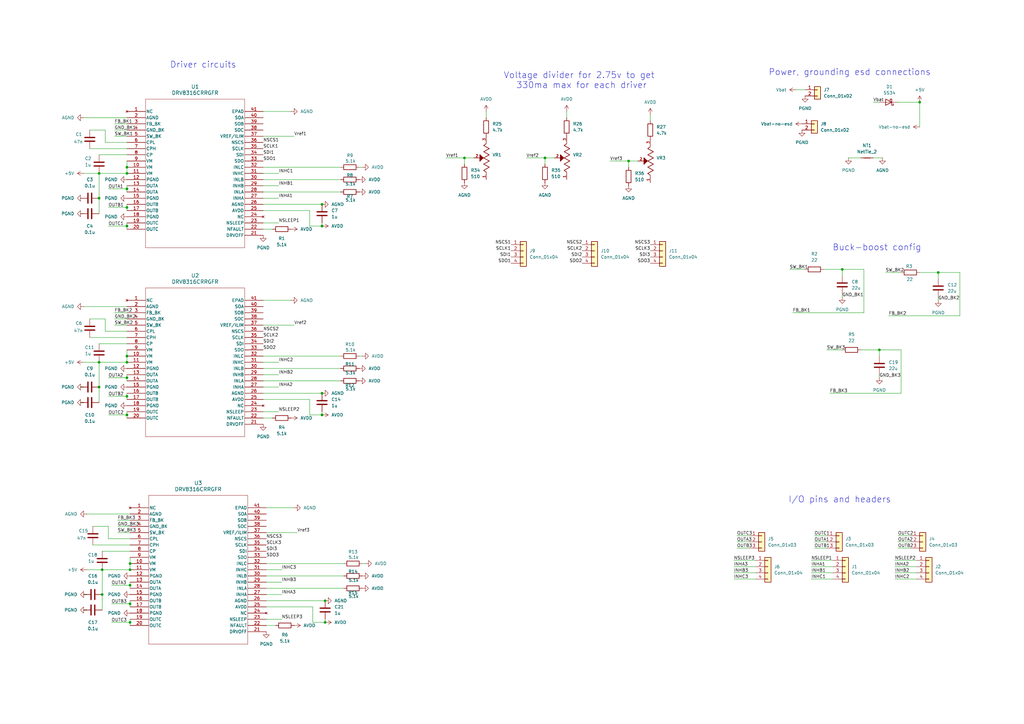
<source format=kicad_sch>
(kicad_sch (version 20250114) (generator "eeschema") (generator_version "9.0")
  (paper "A3")
  (text "Voltage divider for 2.75v to get \n330ma max for each driver\n" (at 238.506 33.02 0) (effects (font (size 2.54 2.54))))
  (text "Driver circuits\n" (at 83.312 26.67 0) (effects (font (size 2.54 2.54))))
  (text "Power, grounding esd connections" (at 348.488 29.718 0) (effects (font (size 2.54 2.54))))
  (text "Buck-boost config" (at 359.664 101.6 0) (effects (font (size 2.54 2.54))))
  (text "I/O pins and headers\n" (at 344.424 204.978 0) (effects (font (size 2.54 2.54))))
  (junction (at 257.81 66.04))
  (junction (at 360.68 143.51))
  (junction (at 377.19 41.91))
  (junction (at 52.07 162.56))
  (junction (at 52.07 92.71))
  (junction (at 223.52 64.77))
  (junction (at 53.34 255.27))
  (junction (at 40.64 81.28))
  (junction (at 53.34 240.03))
  (junction (at 40.64 71.12))
  (junction (at 133.35 246.38))
  (junction (at 53.34 233.68))
  (junction (at 52.07 154.94))
  (junction (at 132.08 161.29))
  (junction (at 132.08 83.82))
  (junction (at 53.34 231.14))
  (junction (at 53.34 247.65))
  (junction (at 52.07 71.12))
  (junction (at 52.07 68.58))
  (junction (at 52.07 85.09))
  (junction (at 52.07 77.47))
  (junction (at 132.08 92.71))
  (junction (at 52.07 170.18))
  (junction (at 133.35 255.27))
  (junction (at 52.07 148.59))
  (junction (at 41.91 243.84))
  (junction (at 41.91 233.68))
  (junction (at 40.64 148.59))
  (junction (at 52.07 146.05))
  (junction (at 345.44 110.49))
  (junction (at 190.5 64.77))
  (junction (at 132.08 170.18))
  (junction (at 384.81 111.76))
  (junction (at 40.64 158.75))
  (wire (pts (xy 257.81 66.04) (xy 261.62 66.04)))
  (wire (pts (xy 48.26 213.36) (xy 53.34 213.36)))
  (wire (pts (xy 332.74 229.87) (xy 341.63 229.87)))
  (wire (pts (xy 41.91 233.68) (xy 53.34 233.68)))
  (wire (pts (xy 53.34 220.98) (xy 44.45 220.98)))
  (wire (pts (xy 133.35 255.27) (xy 133.35 254)))
  (wire (pts (xy 44.45 85.09) (xy 52.07 85.09)))
  (wire (pts (xy 345.44 121.92) (xy 345.44 120.65)))
  (wire (pts (xy 43.18 135.89) (xy 43.18 130.81)))
  (wire (pts (xy 107.95 156.21) (xy 139.7 156.21)))
  (wire (pts (xy 52.07 168.91) (xy 52.07 170.18)))
  (wire (pts (xy 334.01 224.79) (xy 339.09 224.79)))
  (wire (pts (xy 128.27 248.92) (xy 128.27 255.27)))
  (wire (pts (xy 334.01 222.25) (xy 339.09 222.25)))
  (wire (pts (xy 363.22 111.76) (xy 369.57 111.76)))
  (wire (pts (xy 34.29 158.75) (xy 33.02 158.75)))
  (wire (pts (xy 35.56 210.82) (xy 53.34 210.82)))
  (wire (pts (xy 40.64 63.5) (xy 52.07 63.5)))
  (wire (pts (xy 132.08 92.71) (xy 132.08 91.44)))
  (wire (pts (xy 52.07 76.2) (xy 52.07 77.47)))
  (wire (pts (xy 34.29 165.1) (xy 33.02 165.1)))
  (wire (pts (xy 339.09 143.51) (xy 345.44 143.51)))
  (wire (pts (xy 369.57 143.51) (xy 360.68 143.51)))
  (wire (pts (xy 367.03 237.49) (xy 375.92 237.49)))
  (wire (pts (xy 368.3 41.91) (xy 377.19 41.91)))
  (wire (pts (xy 127 170.18) (xy 132.08 170.18)))
  (wire (pts (xy 53.34 240.03) (xy 53.34 241.3)))
  (wire (pts (xy 354.33 128.27) (xy 354.33 110.49)))
  (wire (pts (xy 35.56 243.84) (xy 34.29 243.84)))
  (wire (pts (xy 107.95 73.66) (xy 139.7 73.66)))
  (wire (pts (xy 302.26 224.79) (xy 307.34 224.79)))
  (wire (pts (xy 52.07 85.09) (xy 52.07 86.36)))
  (wire (pts (xy 35.56 250.19) (xy 34.29 250.19)))
  (wire (pts (xy 53.34 246.38) (xy 53.34 247.65)))
  (wire (pts (xy 300.99 229.87) (xy 309.88 229.87)))
  (wire (pts (xy 354.33 110.49) (xy 345.44 110.49)))
  (wire (pts (xy 377.19 111.76) (xy 384.81 111.76)))
  (wire (pts (xy 300.99 232.41) (xy 309.88 232.41)))
  (wire (pts (xy 257.81 68.58) (xy 257.81 66.04)))
  (wire (pts (xy 43.18 58.42) (xy 43.18 53.34)))
  (wire (pts (xy 52.07 77.47) (xy 52.07 78.74)))
  (wire (pts (xy 114.3 148.59) (xy 107.95 148.59)))
  (wire (pts (xy 323.85 110.49) (xy 330.2 110.49)))
  (wire (pts (xy 326.39 36.83) (xy 330.2 36.83)))
  (wire (pts (xy 119.38 45.72) (xy 107.95 45.72)))
  (wire (pts (xy 44.45 215.9) (xy 38.1 215.9)))
  (wire (pts (xy 300.99 237.49) (xy 309.88 237.49)))
  (wire (pts (xy 340.36 161.29) (xy 369.57 161.29)))
  (wire (pts (xy 40.64 87.63) (xy 40.64 81.28)))
  (wire (pts (xy 114.3 71.12) (xy 107.95 71.12)))
  (wire (pts (xy 190.5 64.77) (xy 194.31 64.77)))
  (wire (pts (xy 113.03 256.54) (xy 109.22 256.54)))
  (wire (pts (xy 45.72 247.65) (xy 53.34 247.65)))
  (wire (pts (xy 41.91 226.06) (xy 53.34 226.06)))
  (wire (pts (xy 215.9 64.77) (xy 223.52 64.77)))
  (wire (pts (xy 332.74 232.41) (xy 341.63 232.41)))
  (wire (pts (xy 109.22 236.22) (xy 140.97 236.22)))
  (wire (pts (xy 332.74 234.95) (xy 341.63 234.95)))
  (wire (pts (xy 40.64 71.12) (xy 52.07 71.12)))
  (wire (pts (xy 35.56 233.68) (xy 41.91 233.68)))
  (wire (pts (xy 393.7 111.76) (xy 384.81 111.76)))
  (wire (pts (xy 114.3 76.2) (xy 107.95 76.2)))
  (wire (pts (xy 44.45 162.56) (xy 52.07 162.56)))
  (wire (pts (xy 114.3 91.44) (xy 107.95 91.44)))
  (wire (pts (xy 109.22 241.3) (xy 140.97 241.3)))
  (wire (pts (xy 109.22 248.92) (xy 128.27 248.92)))
  (wire (pts (xy 300.99 234.95) (xy 309.88 234.95)))
  (wire (pts (xy 347.98 64.77) (xy 353.06 64.77)))
  (wire (pts (xy 40.64 81.28) (xy 40.64 71.12)))
  (wire (pts (xy 332.74 237.49) (xy 341.63 237.49)))
  (wire (pts (xy 127 92.71) (xy 132.08 92.71)))
  (wire (pts (xy 109.22 231.14) (xy 140.97 231.14)))
  (wire (pts (xy 52.07 143.51) (xy 52.07 146.05)))
  (wire (pts (xy 46.99 133.35) (xy 52.07 133.35)))
  (wire (pts (xy 111.76 93.98) (xy 107.95 93.98)))
  (wire (pts (xy 384.81 123.19) (xy 384.81 121.92)))
  (wire (pts (xy 52.07 170.18) (xy 52.07 171.45)))
  (wire (pts (xy 52.07 68.58) (xy 52.07 71.12)))
  (wire (pts (xy 367.03 234.95) (xy 375.92 234.95)))
  (wire (pts (xy 232.41 45.72) (xy 232.41 48.26)))
  (wire (pts (xy 52.07 91.44) (xy 52.07 92.71)))
  (wire (pts (xy 115.57 243.84) (xy 109.22 243.84)))
  (wire (pts (xy 46.99 128.27) (xy 52.07 128.27)))
  (wire (pts (xy 34.29 81.28) (xy 33.02 81.28)))
  (wire (pts (xy 52.07 66.04) (xy 52.07 68.58)))
  (wire (pts (xy 53.34 254) (xy 53.34 255.27)))
  (wire (pts (xy 36.83 60.96) (xy 52.07 60.96)))
  (wire (pts (xy 115.57 238.76) (xy 109.22 238.76)))
  (wire (pts (xy 36.83 138.43) (xy 52.07 138.43)))
  (wire (pts (xy 199.39 45.72) (xy 199.39 48.26)))
  (wire (pts (xy 52.07 153.67) (xy 52.07 154.94)))
  (wire (pts (xy 115.57 254) (xy 109.22 254)))
  (wire (pts (xy 121.92 218.44) (xy 109.22 218.44)))
  (wire (pts (xy 360.68 146.05) (xy 360.68 143.51)))
  (wire (pts (xy 34.29 125.73) (xy 52.07 125.73)))
  (wire (pts (xy 182.88 64.77) (xy 190.5 64.77)))
  (wire (pts (xy 44.45 154.94) (xy 52.07 154.94)))
  (wire (pts (xy 120.65 55.88) (xy 107.95 55.88)))
  (wire (pts (xy 302.26 219.71) (xy 307.34 219.71)))
  (wire (pts (xy 44.45 77.47) (xy 52.07 77.47)))
  (wire (pts (xy 52.07 161.29) (xy 52.07 162.56)))
  (wire (pts (xy 53.34 247.65) (xy 53.34 248.92)))
  (wire (pts (xy 120.65 208.28) (xy 109.22 208.28)))
  (wire (pts (xy 44.45 170.18) (xy 52.07 170.18)))
  (wire (pts (xy 43.18 130.81) (xy 36.83 130.81)))
  (wire (pts (xy 107.95 163.83) (xy 127 163.83)))
  (wire (pts (xy 325.12 128.27) (xy 354.33 128.27)))
  (wire (pts (xy 302.26 222.25) (xy 307.34 222.25)))
  (wire (pts (xy 52.07 154.94) (xy 52.07 156.21)))
  (wire (pts (xy 148.59 146.05) (xy 147.32 146.05)))
  (wire (pts (xy 132.08 170.18) (xy 132.08 168.91)))
  (wire (pts (xy 52.07 146.05) (xy 52.07 148.59)))
  (wire (pts (xy 52.07 135.89) (xy 43.18 135.89)))
  (wire (pts (xy 384.81 114.3) (xy 384.81 111.76)))
  (wire (pts (xy 358.14 41.91) (xy 360.68 41.91)))
  (wire (pts (xy 44.45 220.98) (xy 44.45 215.9)))
  (wire (pts (xy 393.7 129.54) (xy 393.7 111.76)))
  (wire (pts (xy 369.57 161.29) (xy 369.57 143.51)))
  (wire (pts (xy 250.19 66.04) (xy 257.81 66.04)))
  (wire (pts (xy 52.07 162.56) (xy 52.07 163.83)))
  (wire (pts (xy 128.27 255.27) (xy 133.35 255.27)))
  (wire (pts (xy 353.06 143.51) (xy 360.68 143.51)))
  (wire (pts (xy 53.34 255.27) (xy 53.34 256.54)))
  (wire (pts (xy 127 163.83) (xy 127 170.18)))
  (wire (pts (xy 53.34 228.6) (xy 53.34 231.14)))
  (wire (pts (xy 114.3 158.75) (xy 107.95 158.75)))
  (wire (pts (xy 52.07 83.82) (xy 52.07 85.09)))
  (wire (pts (xy 34.29 48.26) (xy 52.07 48.26)))
  (wire (pts (xy 52.07 92.71) (xy 52.07 93.98)))
  (wire (pts (xy 149.86 231.14) (xy 148.59 231.14)))
  (wire (pts (xy 52.07 58.42) (xy 43.18 58.42)))
  (wire (pts (xy 40.64 158.75) (xy 40.64 148.59)))
  (wire (pts (xy 34.29 71.12) (xy 40.64 71.12)))
  (wire (pts (xy 107.95 151.13) (xy 139.7 151.13)))
  (wire (pts (xy 48.26 215.9) (xy 53.34 215.9)))
  (wire (pts (xy 53.34 231.14) (xy 53.34 233.68)))
  (wire (pts (xy 368.3 224.79) (xy 373.38 224.79)))
  (wire (pts (xy 46.99 50.8) (xy 52.07 50.8)))
  (wire (pts (xy 38.1 223.52) (xy 53.34 223.52)))
  (wire (pts (xy 46.99 53.34) (xy 52.07 53.34)))
  (wire (pts (xy 266.7 46.99) (xy 266.7 49.53)))
  (wire (pts (xy 45.72 255.27) (xy 53.34 255.27)))
  (wire (pts (xy 34.29 148.59) (xy 40.64 148.59)))
  (wire (pts (xy 377.19 41.91) (xy 377.19 52.07)))
  (wire (pts (xy 40.64 140.97) (xy 52.07 140.97)))
  (wire (pts (xy 190.5 67.31) (xy 190.5 64.77)))
  (wire (pts (xy 111.76 171.45) (xy 107.95 171.45)))
  (wire (pts (xy 223.52 67.31) (xy 223.52 64.77)))
  (wire (pts (xy 40.64 148.59) (xy 52.07 148.59)))
  (wire (pts (xy 360.68 154.94) (xy 360.68 153.67)))
  (wire (pts (xy 119.38 123.19) (xy 107.95 123.19)))
  (wire (pts (xy 43.18 53.34) (xy 36.83 53.34)))
  (wire (pts (xy 368.3 222.25) (xy 373.38 222.25)))
  (wire (pts (xy 334.01 219.71) (xy 339.09 219.71)))
  (wire (pts (xy 40.64 165.1) (xy 40.64 158.75)))
  (wire (pts (xy 368.3 219.71) (xy 373.38 219.71)))
  (wire (pts (xy 345.44 113.03) (xy 345.44 110.49)))
  (wire (pts (xy 46.99 130.81) (xy 52.07 130.81)))
  (wire (pts (xy 148.59 68.58) (xy 147.32 68.58)))
  (wire (pts (xy 114.3 168.91) (xy 107.95 168.91)))
  (wire (pts (xy 41.91 243.84) (xy 41.91 233.68)))
  (wire (pts (xy 107.95 146.05) (xy 139.7 146.05)))
  (wire (pts (xy 107.95 161.29) (xy 132.08 161.29)))
  (wire (pts (xy 364.49 129.54) (xy 393.7 129.54)))
  (wire (pts (xy 107.95 78.74) (xy 139.7 78.74)))
  (wire (pts (xy 109.22 246.38) (xy 133.35 246.38)))
  (wire (pts (xy 53.34 238.76) (xy 53.34 240.03)))
  (wire (pts (xy 115.57 233.68) (xy 109.22 233.68)))
  (wire (pts (xy 48.26 218.44) (xy 53.34 218.44)))
  (wire (pts (xy 114.3 81.28) (xy 107.95 81.28)))
  (wire (pts (xy 367.03 232.41) (xy 375.92 232.41)))
  (wire (pts (xy 114.3 153.67) (xy 107.95 153.67)))
  (wire (pts (xy 45.72 240.03) (xy 53.34 240.03)))
  (wire (pts (xy 337.82 110.49) (xy 345.44 110.49)))
  (wire (pts (xy 107.95 68.58) (xy 139.7 68.58)))
  (wire (pts (xy 223.52 64.77) (xy 227.33 64.77)))
  (wire (pts (xy 44.45 92.71) (xy 52.07 92.71)))
  (wire (pts (xy 107.95 86.36) (xy 127 86.36)))
  (wire (pts (xy 46.99 55.88) (xy 52.07 55.88)))
  (wire (pts (xy 120.65 133.35) (xy 107.95 133.35)))
  (wire (pts (xy 358.14 64.77) (xy 361.95 64.77)))
  (wire (pts (xy 41.91 250.19) (xy 41.91 243.84)))
  (wire (pts (xy 367.03 229.87) (xy 375.92 229.87)))
  (wire (pts (xy 107.95 83.82) (xy 132.08 83.82)))
  (wire (pts (xy 127 86.36) (xy 127 92.71)))
  (wire (pts (xy 34.29 87.63) (xy 33.02 87.63)))
  (label "Vref2" (at 120.65 133.35 0))
  (label "OUTC3" (at 45.72 255.27 0))
  (label "INHC1" (at 332.74 237.49 0))
  (label "OUTB2" (at 368.3 224.79 0))
  (label "INHA2" (at 114.3 158.75 0))
  (label "SW_BK2" (at 46.99 133.35 0))
  (label "OUTC2" (at 44.45 170.18 0))
  (label "NSCS2" (at 238.76 100.33 180))
  (label "SDO2" (at 238.76 107.95 180))
  (label "OUTA2" (at 368.3 222.25 0))
  (label "FB_BK2" (at 364.49 129.54 0))
  (label "OUTC1" (at 334.01 219.71 0))
  (label "OUTC3" (at 302.26 219.71 0))
  (label "SCLK2" (at 107.95 138.43 0))
  (label "INHC1" (at 114.3 71.12 0))
  (label "INHA2" (at 367.03 232.41 0))
  (label "NSLEEP3" (at 300.99 229.87 0))
  (label "NSCS3" (at 109.22 220.98 0))
  (label "NSCS3" (at 266.7 100.33 180))
  (label "GND_BK1" (at 345.44 121.92 0))
  (label "INHB3" (at 115.57 238.76 0))
  (label "OUTC1" (at 44.45 92.71 0))
  (label "NSLEEP1" (at 332.74 229.87 0))
  (label "OUTA1" (at 334.01 222.25 0))
  (label "GND_BK3" (at 360.68 154.94 0))
  (label "INHC2" (at 367.03 237.49 0))
  (label "SDO3" (at 109.22 228.6 0))
  (label "SW_BK3" (at 48.26 218.44 0))
  (label "INHA1" (at 332.74 232.41 0))
  (label "SDI3" (at 109.22 226.06 0))
  (label "SDI3" (at 266.7 105.41 180))
  (label "NSCS2" (at 107.95 135.89 0))
  (label "SDI1" (at 107.95 63.5 0))
  (label "OUTA1" (at 44.45 77.47 0))
  (label "Vref1" (at 182.88 64.77 0))
  (label "INHC2" (at 114.3 148.59 0))
  (label "INHA1" (at 114.3 81.28 0))
  (label "INHB3" (at 300.99 234.95 0))
  (label "OUTB3" (at 45.72 247.65 0))
  (label "OUTB1" (at 44.45 85.09 0))
  (label "OUTB3" (at 302.26 224.79 0))
  (label "INHA3" (at 300.99 232.41 0))
  (label "SW_BK3" (at 339.09 143.51 0))
  (label "INHB2" (at 114.3 153.67 0))
  (label "SW_BK1" (at 46.99 55.88 0))
  (label "INHB2" (at 367.03 234.95 0))
  (label "SDO1" (at 209.55 107.95 180))
  (label "SDO3" (at 266.7 107.95 180))
  (label "SDI1" (at 209.55 105.41 180))
  (label "INHA3" (at 115.57 243.84 0))
  (label "NSCS1" (at 209.55 100.33 180))
  (label "SCLK2" (at 238.76 102.87 180))
  (label "Vref2" (at 215.9 64.77 0))
  (label "SCLK1" (at 107.95 60.96 0))
  (label "FB_BK2" (at 46.99 128.27 0))
  (label "SDI2" (at 107.95 140.97 0))
  (label "GND_BK3" (at 48.26 215.9 0))
  (label "OUTA2" (at 44.45 154.94 0))
  (label "SDO2" (at 107.95 143.51 0))
  (label "SW_BK2" (at 363.22 111.76 0))
  (label "SCLK1" (at 209.55 102.87 180))
  (label "OUTC2" (at 368.3 219.71 0))
  (label "NSLEEP1" (at 114.3 91.44 0))
  (label "NSLEEP2" (at 367.03 229.87 0))
  (label "INHC3" (at 115.57 233.68 0))
  (label "SDI2" (at 238.76 105.41 180))
  (label "Vbat" (at 358.14 41.91 0))
  (label "FB_BK1" (at 325.12 128.27 0))
  (label "FB_BK3" (at 340.36 161.29 0))
  (label "SCLK3" (at 266.7 102.87 180))
  (label "NSCS1" (at 107.95 58.42 0))
  (label "NSLEEP2" (at 114.3 168.91 0))
  (label "INHB1" (at 332.74 234.95 0))
  (label "Vref1" (at 120.65 55.88 0))
  (label "FB_BK1" (at 46.99 50.8 0))
  (label "SDO1" (at 107.95 66.04 0))
  (label "Vref3" (at 121.92 218.44 0))
  (label "Vref3" (at 250.19 66.04 0))
  (label "OUTA3" (at 302.26 222.25 0))
  (label "INHB1" (at 114.3 76.2 0))
  (label "OUTB1" (at 334.01 224.79 0))
  (label "GND_BK1" (at 46.99 53.34 0))
  (label "OUTA3" (at 45.72 240.03 0))
  (label "GND_BK2" (at 46.99 130.81 0))
  (label "SCLK3" (at 109.22 223.52 0))
  (label "FB_BK3" (at 48.26 213.36 0))
  (label "OUTB2" (at 44.45 162.56 0))
  (label "NSLEEP3" (at 115.57 254 0))
  (label "GND_BK2" (at 384.81 123.19 0))
  (label "INHC3" (at 300.99 237.49 0))
  (label "SW_BK1" (at 323.85 110.49 0))
  (symbol (lib_id "Device:R") (at 349.25 143.51 90) (unit 1)
    (property "Reference" "R5" (at 349.25 137.16 90))
    (property "Value" "22" (at 349.25 139.7 90))
    (property "Footprint" "Resistor_SMD:R_0805_2012Metric_Pad1.20x1.40mm_HandSolder" (effects (hide yes)))
    (property "Description" "Resistor" (effects (hide yes)))
  )
  (symbol (lib_id "3296W-1-103RLF:3296W-1-103RLF") (at 266.7 66.04 90) (unit 1)
    (property "Reference" "VR3" (at 269.24 64.7699 90) (effects (justify right)))
    (property "Value" "3296W-1-103RLF" (effects (hide yes)))
    (property "Footprint" "Potentiometer_THT:Potentiometer_Bourns_3296W_Vertical" (effects (hide yes)))
    (property "MF" "Bourns" (effects (hide yes)))
    (property "Description_1" "Trimmer, Cermet, Rest 10 Kilohms, PCB, 25 Turns, Pwr-Rtg 0.5W | Bourns 3296W-1-103RLF" (effects (hide yes)))
    (property "Package" "NON STANDARD-3 Bourns" (effects (hide yes)))
    (property "Price" "None" (effects (hide yes)))
    (property "Check_prices" "https://www.snapeda.com/parts/3296W-1-103RLF/Bourns/view-part/?ref=eda" (effects (hide yes)))
    (property "STANDARD" "Manufacturer Recommendation" (effects (hide yes)))
    (property "PARTREV" "05/16" (effects (hide yes)))
    (property "SnapEDA_Link" "https://www.snapeda.com/parts/3296W-1-103RLF/Bourns/view-part/?ref=snap" (effects (hide yes)))
    (property "MP" "3296W-1-103RLF" (effects (hide yes)))
    (property "Availability" "In Stock" (effects (hide yes)))
    (property "MANUFACTURER" "Bourns" (effects (hide yes)))
  )
  (symbol (lib_id "Device:R") (at 232.41 52.07 180) (unit 1)
    (property "Reference" "R26" (at 234.95 50.7999 0) (effects (justify right)))
    (property "Value" "4.7k" (at 234.95 53.3399 0) (effects (justify right)))
    (property "Footprint" "Resistor_SMD:R_0805_2012Metric_Pad1.20x1.40mm_HandSolder" (effects (hide yes)))
    (property "Description" "Resistor" (effects (hide yes)))
  )
  (symbol (lib_id "power:GND") (at 53.34 243.84 270) (unit 1)
    (property "Reference" "#PWR045" (effects (hide yes)))
    (property "Value" "PGND" (at 49.53 243.8399 90) (effects (justify right)))
    (property "Description" "Power symbol creates a global label with name \"GND\" , ground" (effects (hide yes)))
  )
  (symbol (lib_id "power:VCC") (at 232.41 45.72 0) (unit 1)
    (property "Reference" "#PWR074" (effects (hide yes)))
    (property "Value" "AVDD" (at 232.41 40.64 0))
    (property "Description" "Power symbol creates a global label with name \"VCC\"" (effects (hide yes)))
  )
  (symbol (lib_id "power:GND") (at 109.22 259.08 0) (unit 1)
    (property "Reference" "#PWR057" (effects (hide yes)))
    (property "Value" "PGND" (at 109.22 264.16 0))
    (property "Description" "Power symbol creates a global label with name \"GND\" , ground" (effects (hide yes)))
  )
  (symbol (lib_id "Connector_Generic:Conn_01x02") (at 335.28 36.83 0) (unit 1)
    (property "Reference" "J7" (at 337.82 36.8299 0) (effects (justify left)))
    (property "Value" "Conn_01x02" (at 337.82 39.3699 0) (effects (justify left)))
    (property "Footprint" "Connector_PinSocket_2.54mm:PinSocket_1x02_P2.54mm_Vertical" (effects (hide yes)))
    (property "Description" "Generic connector, single row, 01x02, script generated (kicad-library-utils/schlib/autogen/connector/)" (effects (hide yes)))
  )
  (symbol (lib_id "Device:R") (at 199.39 52.07 180) (unit 1)
    (property "Reference" "R25" (at 201.93 50.7999 0) (effects (justify right)))
    (property "Value" "4.7k" (at 201.93 53.3399 0) (effects (justify right)))
    (property "Footprint" "Resistor_SMD:R_0805_2012Metric_Pad1.20x1.40mm_HandSolder" (effects (hide yes)))
    (property "Description" "Resistor" (effects (hide yes)))
  )
  (symbol (lib_id "Device:R") (at 115.57 171.45 90) (unit 1)
    (property "Reference" "R4" (at 115.57 175.26 90))
    (property "Value" "5.1k" (at 115.57 177.8 90))
    (property "Footprint" "Resistor_SMD:R_0805_2012Metric_Pad1.20x1.40mm_HandSolder" (effects (hide yes)))
    (property "Description" "Resistor" (effects (hide yes)))
  )
  (symbol (lib_id "Connector_Generic:Conn_01x04") (at 214.63 102.87 0) (unit 1)
    (property "Reference" "J9" (at 217.17 102.8699 0) (effects (justify left)))
    (property "Value" "Conn_01x04" (at 217.17 105.4099 0) (effects (justify left)))
    (property "Footprint" "Connector_PinSocket_2.54mm:PinSocket_1x04_P2.54mm_Vertical" (effects (hide yes)))
  )
  (symbol (lib_id "power:GND") (at 328.93 53.34 0) (unit 1)
    (property "Reference" "#PWR066" (effects (hide yes)))
    (property "Value" "PGND" (at 328.93 58.42 0))
    (property "Description" "Power symbol creates a global label with name \"GND\" , ground" (effects (hide yes)))
  )
  (symbol (lib_id "Device:R") (at 143.51 68.58 90) (unit 1)
    (property "Reference" "R9" (at 143.51 63.754 90))
    (property "Value" "5.1k" (at 143.764 66.04 90))
    (property "Footprint" "Resistor_SMD:R_0805_2012Metric_Pad1.20x1.40mm_HandSolder" (effects (hide yes)))
    (property "Description" "Resistor" (effects (hide yes)))
  )
  (symbol (lib_id "Device:C") (at 132.08 165.1 0) (unit 1)
    (property "Reference" "C14" (at 135.89 163.8299 0) (effects (justify left)))
    (property "Value" "1u" (at 135.89 166.3699 0) (effects (justify left)))
    (property "Footprint" "Capacitor_SMD:C_0805_2012Metric_Pad1.18x1.45mm_HandSolder" (effects (hide yes)))
    (property "Description" "Unpolarized capacitor" (effects (hide yes)))
  )
  (symbol (lib_id "2025-06-28_12-10-55:DRV8316CRRGFR") (at 53.34 208.28 0) (unit 1)
    (property "Reference" "U3" (at 81.28 198.12 0) (effects (font (size 1.524 1.524))))
    (property "Value" "DRV8316CRRGFR" (at 81.28 200.66 0) (effects (font (size 1.524 1.524))))
    (property "Footprint" "downloads:VQFN40_RGF_TEX" (effects (hide yes)))
    (property "Datasheet" "DRV8316CRRGFR" (effects (hide yes)))
  )
  (symbol (lib_id "power:GND") (at 53.34 251.46 270) (unit 1)
    (property "Reference" "#PWR046" (effects (hide yes)))
    (property "Value" "PGND" (at 49.53 251.4599 90) (effects (justify right)))
    (property "Description" "Power symbol creates a global label with name \"GND\" , ground" (effects (hide yes)))
  )
  (symbol (lib_id "Connector_Generic:Conn_01x03") (at 378.46 222.25 0) (unit 1)
    (property "Reference" "J4" (at 381 220.9799 0) (effects (justify left)))
    (property "Value" "Conn_01x03" (at 381 223.5199 0) (effects (justify left)))
    (property "Footprint" "Connector_PinHeader_2.54mm:PinHeader_1x03_P2.54mm_Vertical" (effects (hide yes)))
    (property "Description" "Generic connector, single row, 01x03, script generated (kicad-library-utils/schlib/autogen/connector/)" (effects (hide yes)))
  )
  (symbol (lib_id "Device:NetTie_2") (at 355.6 64.77 0) (unit 1) (in_bom no)
    (property "Reference" "NT1" (at 355.6 59.69 0))
    (property "Value" "NetTie_2" (at 355.6 62.23 0))
    (property "Description" "Net tie, 2 pins" (effects (hide yes)))
  )
  (symbol (lib_id "power:GND") (at 107.95 173.99 0) (unit 1)
    (property "Reference" "#PWR056" (effects (hide yes)))
    (property "Value" "PGND" (at 107.95 179.07 0))
    (property "Description" "Power symbol creates a global label with name \"GND\" , ground" (effects (hide yes)))
  )
  (symbol (lib_id "power:GND") (at 147.32 156.21 90) (unit 1)
    (property "Reference" "#PWR037" (effects (hide yes)))
    (property "Value" "AVDD" (at 151.13 156.2099 90) (effects (justify right)))
    (property "Description" "Power symbol creates a global label with name \"GND\" , ground" (effects (hide yes)))
  )
  (symbol (lib_id "Device:C") (at 36.83 57.15 0) (unit 1)
    (property "Reference" "C1" (at 30.988 55.118 0) (effects (justify left)))
    (property "Value" "47n" (at 30.226 58.166 0) (effects (justify left)))
    (property "Footprint" "Capacitor_SMD:C_0805_2012Metric_Pad1.18x1.45mm_HandSolder" (effects (hide yes)))
    (property "Description" "Unpolarized capacitor" (effects (hide yes)))
  )
  (symbol (lib_id "power:VCC") (at 326.39 36.83 90) (unit 1)
    (property "Reference" "#PWR063" (effects (hide yes)))
    (property "Value" "Vbat" (at 322.58 36.8299 90) (effects (justify left)))
    (property "Description" "Power symbol creates a global label with name \"VCC\"" (effects (hide yes)))
  )
  (symbol (lib_id "power:VCC") (at 119.38 171.45 270) (unit 1)
    (property "Reference" "#PWR031" (effects (hide yes)))
    (property "Value" "AVDD" (at 123.19 171.4499 90) (effects (justify left)))
    (property "Description" "Power symbol creates a global label with name \"VCC\"" (effects (hide yes)))
  )
  (symbol (lib_id "power:VCC") (at 328.93 50.8 90) (unit 1)
    (property "Reference" "#PWR065" (effects (hide yes)))
    (property "Value" "Vbat-no-esd" (at 325.12 50.7999 90) (effects (justify left)))
    (property "Description" "Power symbol creates a global label with name \"VCC\"" (effects (hide yes)))
  )
  (symbol (lib_id "Device:C") (at 384.81 118.11 0) (unit 1)
    (property "Reference" "C12" (at 388.62 116.8399 0) (effects (justify left)))
    (property "Value" "22u" (at 388.62 119.3799 0) (effects (justify left)))
    (property "Footprint" "Capacitor_SMD:C_0805_2012Metric_Pad1.18x1.45mm_HandSolder" (effects (hide yes)))
    (property "Description" "Unpolarized capacitor" (effects (hide yes)))
  )
  (symbol (lib_id "power:GND") (at 147.32 78.74 90) (unit 1)
    (property "Reference" "#PWR013" (effects (hide yes)))
    (property "Value" "AVDD" (at 151.13 78.7399 90) (effects (justify right)))
    (property "Description" "Power symbol creates a global label with name \"GND\" , ground" (effects (hide yes)))
  )
  (symbol (lib_id "Device:R") (at 266.7 53.34 180) (unit 1)
    (property "Reference" "R27" (at 269.24 52.0699 0) (effects (justify right)))
    (property "Value" "4.7k" (at 269.24 54.6099 0) (effects (justify right)))
    (property "Footprint" "Resistor_SMD:R_0805_2012Metric_Pad1.20x1.40mm_HandSolder" (effects (hide yes)))
    (property "Description" "Resistor" (effects (hide yes)))
  )
  (symbol (lib_id "Device:C") (at 36.83 87.63 90) (unit 1)
    (property "Reference" "C4" (at 36.83 92.71 90))
    (property "Value" "0.1u" (at 36.83 95.25 90))
    (property "Footprint" "Capacitor_SMD:C_0805_2012Metric_Pad1.18x1.45mm_HandSolder" (effects (hide yes)))
    (property "Description" "Unpolarized capacitor" (effects (hide yes)))
  )
  (symbol (lib_id "power:GND") (at 361.95 64.77 0) (unit 1)
    (property "Reference" "#PWR064" (effects (hide yes)))
    (property "Value" "AGND" (at 361.95 69.85 0))
    (property "Description" "Power symbol creates a global label with name \"GND\" , ground" (effects (hide yes)))
  )
  (symbol (lib_id "power:GND") (at 345.44 121.92 0) (unit 1)
    (property "Reference" "#PWR018" (effects (hide yes)))
    (property "Value" "PGND" (at 345.44 127 0))
    (property "Description" "Power symbol creates a global label with name \"GND\" , ground" (effects (hide yes)))
  )
  (symbol (lib_id "Device:C") (at 40.64 144.78 0) (unit 1)
    (property "Reference" "C11" (at 34.798 142.494 0) (effects (justify left)))
    (property "Value" "1u" (at 34.798 145.034 0) (effects (justify left)))
    (property "Footprint" "Capacitor_SMD:C_0805_2012Metric_Pad1.18x1.45mm_HandSolder" (effects (hide yes)))
    (property "Description" "Unpolarized capacitor" (effects (hide yes)))
  )
  (symbol (lib_id "power:VCC") (at 34.29 71.12 90) (unit 1)
    (property "Reference" "#PWR01" (effects (hide yes)))
    (property "Value" "+5V" (at 30.48 71.1199 90) (effects (justify left)))
    (property "Description" "Power symbol creates a global label with name \"VCC\"" (effects (hide yes)))
  )
  (symbol (lib_id "power:VCC") (at 120.65 256.54 270) (unit 1)
    (property "Reference" "#PWR050" (effects (hide yes)))
    (property "Value" "AVDD" (at 124.46 256.5399 90) (effects (justify left)))
    (property "Description" "Power symbol creates a global label with name \"VCC\"" (effects (hide yes)))
  )
  (symbol (lib_id "power:VCC") (at 119.38 93.98 270) (unit 1)
    (property "Reference" "#PWR08" (effects (hide yes)))
    (property "Value" "AVDD" (at 123.19 93.9799 90) (effects (justify left)))
    (property "Description" "Power symbol creates a global label with name \"VCC\"" (effects (hide yes)))
  )
  (symbol (lib_id "power:GND") (at 53.34 236.22 270) (unit 1)
    (property "Reference" "#PWR044" (effects (hide yes)))
    (property "Value" "PGND" (at 49.53 236.2199 90) (effects (justify right)))
    (property "Description" "Power symbol creates a global label with name \"GND\" , ground" (effects (hide yes)))
  )
  (symbol (lib_id "Device:R") (at 143.51 73.66 90) (unit 1)
    (property "Reference" "R8" (at 143.51 71.882 90))
    (property "Value" "5.1k" (at 143.764 75.438 90))
    (property "Footprint" "Resistor_SMD:R_0805_2012Metric_Pad1.20x1.40mm_HandSolder" (effects (hide yes)))
    (property "Description" "Resistor" (effects (hide yes)))
  )
  (symbol (lib_id "power:GND") (at 347.98 64.77 0) (unit 1)
    (property "Reference" "#PWR062" (effects (hide yes)))
    (property "Value" "PGND" (at 347.98 69.85 0))
    (property "Description" "Power symbol creates a global label with name \"GND\" , ground" (effects (hide yes)))
  )
  (symbol (lib_id "Device:R") (at 143.51 78.74 90) (unit 1)
    (property "Reference" "R7" (at 143.51 80.518 90))
    (property "Value" "5.1k" (at 143.764 82.042 90))
    (property "Footprint" "Resistor_SMD:R_0805_2012Metric_Pad1.20x1.40mm_HandSolder" (effects (hide yes)))
    (property "Description" "Resistor" (effects (hide yes)))
  )
  (symbol (lib_id "Device:R") (at 143.51 151.13 90) (unit 1)
    (property "Reference" "R11" (at 143.51 149.352 90))
    (property "Value" "5.1k" (at 143.764 152.908 90))
    (property "Footprint" "Resistor_SMD:R_0805_2012Metric_Pad1.20x1.40mm_HandSolder" (effects (hide yes)))
    (property "Description" "Resistor" (effects (hide yes)))
  )
  (symbol (lib_id "Connector_Generic:Conn_01x04") (at 243.84 102.87 0) (unit 1)
    (property "Reference" "J10" (at 246.38 102.8699 0) (effects (justify left)))
    (property "Value" "Conn_01x04" (at 246.38 105.4099 0) (effects (justify left)))
    (property "Footprint" "Connector_PinSocket_2.54mm:PinSocket_1x04_P2.54mm_Vertical" (effects (hide yes)))
  )
  (symbol (lib_id "power:GND") (at 257.81 76.2 0) (unit 1)
    (property "Reference" "#PWR032" (effects (hide yes)))
    (property "Value" "AGND" (at 257.81 81.28 0))
    (property "Description" "Power symbol creates a global label with name \"GND\" , ground" (effects (hide yes)))
  )
  (symbol (lib_id "power:GND") (at 35.56 243.84 270) (unit 1)
    (property "Reference" "#PWR041" (effects (hide yes)))
    (property "Value" "PGND" (at 31.75 243.8399 90) (effects (justify right)))
    (property "Description" "Power symbol creates a global label with name \"GND\" , ground" (effects (hide yes)))
  )
  (symbol (lib_id "Device:C") (at 345.44 116.84 0) (unit 1)
    (property "Reference" "C8" (at 349.25 115.5699 0) (effects (justify left)))
    (property "Value" "22u" (at 349.25 118.1099 0) (effects (justify left)))
    (property "Footprint" "Capacitor_SMD:C_0805_2012Metric_Pad1.18x1.45mm_HandSolder" (effects (hide yes)))
    (property "Description" "Unpolarized capacitor" (effects (hide yes)))
  )
  (symbol (lib_id "Connector_Generic:Conn_01x04") (at 346.71 232.41 0) (unit 1)
    (property "Reference" "J1" (at 349.25 232.4099 0) (effects (justify left)))
    (property "Value" "Conn_01x04" (at 349.25 234.9499 0) (effects (justify left)))
    (property "Footprint" "Connector_PinSocket_2.54mm:PinSocket_1x04_P2.54mm_Vertical" (effects (hide yes)))
  )
  (symbol (lib_id "Device:R") (at 143.51 146.05 90) (unit 1)
    (property "Reference" "R10" (at 143.51 141.224 90))
    (property "Value" "5.1k" (at 143.764 143.51 90))
    (property "Footprint" "Resistor_SMD:R_0805_2012Metric_Pad1.20x1.40mm_HandSolder" (effects (hide yes)))
    (property "Description" "Resistor" (effects (hide yes)))
  )
  (symbol (lib_id "power:GND") (at 223.52 74.93 0) (unit 1)
    (property "Reference" "#PWR030" (effects (hide yes)))
    (property "Value" "AGND" (at 223.52 80.01 0))
    (property "Description" "Power symbol creates a global label with name \"GND\" , ground" (effects (hide yes)))
  )
  (symbol (lib_id "power:VCC") (at 34.29 148.59 90) (unit 1)
    (property "Reference" "#PWR020" (effects (hide yes)))
    (property "Value" "+5V" (at 30.48 148.5899 90) (effects (justify left)))
    (property "Description" "Power symbol creates a global label with name \"VCC\"" (effects (hide yes)))
  )
  (symbol (lib_id "Device:R") (at 334.01 110.49 90) (unit 1)
    (property "Reference" "R2" (at 334.01 104.14 90))
    (property "Value" "22" (at 334.01 106.68 90))
    (property "Footprint" "Resistor_SMD:R_0805_2012Metric_Pad1.20x1.40mm_HandSolder" (effects (hide yes)))
    (property "Description" "Resistor" (effects (hide yes)))
  )
  (symbol (lib_id "power:VCC") (at 35.56 233.68 90) (unit 1)
    (property "Reference" "#PWR040" (effects (hide yes)))
    (property "Value" "+5V" (at 31.75 233.6799 90) (effects (justify left)))
    (property "Description" "Power symbol creates a global label with name \"VCC\"" (effects (hide yes)))
  )
  (symbol (lib_id "Device:C") (at 41.91 229.87 0) (unit 1)
    (property "Reference" "C18" (at 36.068 227.584 0) (effects (justify left)))
    (property "Value" "1u" (at 36.068 230.124 0) (effects (justify left)))
    (property "Footprint" "Capacitor_SMD:C_0805_2012Metric_Pad1.18x1.45mm_HandSolder" (effects (hide yes)))
    (property "Description" "Unpolarized capacitor" (effects (hide yes)))
  )
  (symbol (lib_id "power:GND") (at 34.29 48.26 270) (unit 1)
    (property "Reference" "#PWR010" (effects (hide yes)))
    (property "Value" "AGND" (at 30.48 48.2599 90) (effects (justify right)))
    (property "Description" "Power symbol creates a global label with name \"GND\" , ground" (effects (hide yes)))
  )
  (symbol (lib_id "Connector_Generic:Conn_01x03") (at 344.17 222.25 0) (unit 1)
    (property "Reference" "J3" (at 346.71 220.9799 0) (effects (justify left)))
    (property "Value" "Conn_01x03" (at 346.71 223.5199 0) (effects (justify left)))
    (property "Footprint" "Connector_PinHeader_2.54mm:PinHeader_1x03_P2.54mm_Vertical" (effects (hide yes)))
    (property "Description" "Generic connector, single row, 01x03, script generated (kicad-library-utils/schlib/autogen/connector/)" (effects (hide yes)))
  )
  (symbol (lib_id "power:GND") (at 132.08 83.82 90) (unit 1)
    (property "Reference" "#PWR014" (effects (hide yes)))
    (property "Value" "AGND" (at 135.89 83.8199 90) (effects (justify right)))
    (property "Description" "Power symbol creates a global label with name \"GND\" , ground" (effects (hide yes)))
  )
  (symbol (lib_id "Device:R") (at 115.57 93.98 90) (unit 1)
    (property "Reference" "R1" (at 115.57 97.79 90))
    (property "Value" "5.1k" (at 115.57 100.33 90))
    (property "Footprint" "Resistor_SMD:R_0805_2012Metric_Pad1.20x1.40mm_HandSolder" (effects (hide yes)))
    (property "Description" "Resistor" (effects (hide yes)))
  )
  (symbol (lib_id "power:GND") (at 34.29 81.28 270) (unit 1)
    (property "Reference" "#PWR02" (effects (hide yes)))
    (property "Value" "PGND" (at 30.48 81.2799 90) (effects (justify right)))
    (property "Description" "Power symbol creates a global label with name \"GND\" , ground" (effects (hide yes)))
  )
  (symbol (lib_id "2025-06-28_12-10-55:DRV8316CRRGFR") (at 52.07 45.72 0) (unit 1)
    (property "Reference" "U1" (at 80.01 35.56 0) (effects (font (size 1.524 1.524))))
    (property "Value" "DRV8316CRRGFR" (at 80.01 38.1 0) (effects (font (size 1.524 1.524))))
    (property "Footprint" "downloads:VQFN40_RGF_TEX" (effects (hide yes)))
    (property "Datasheet" "DRV8316CRRGFR" (effects (hide yes)))
  )
  (symbol (lib_id "power:GND") (at 190.5 74.93 0) (unit 1)
    (property "Reference" "#PWR029" (effects (hide yes)))
    (property "Value" "AGND" (at 190.5 80.01 0))
    (property "Description" "Power symbol creates a global label with name \"GND\" , ground" (effects (hide yes)))
  )
  (symbol (lib_id "power:GND") (at 384.81 123.19 0) (unit 1)
    (property "Reference" "#PWR024" (effects (hide yes)))
    (property "Value" "PGND" (at 384.81 128.27 0))
    (property "Description" "Power symbol creates a global label with name \"GND\" , ground" (effects (hide yes)))
  )
  (symbol (lib_id "2025-06-28_12-10-55:DRV8316CRRGFR") (at 52.07 123.19 0) (unit 1)
    (property "Reference" "U2" (at 80.01 113.03 0) (effects (font (size 1.524 1.524))))
    (property "Value" "DRV8316CRRGFR" (at 80.01 115.57 0) (effects (font (size 1.524 1.524))))
    (property "Footprint" "downloads:VQFN40_RGF_TEX" (effects (hide yes)))
    (property "Datasheet" "DRV8316CRRGFR" (effects (hide yes)))
  )
  (symbol (lib_id "Connector_Generic:Conn_01x03") (at 312.42 222.25 0) (unit 1)
    (property "Reference" "J5" (at 314.96 220.9799 0) (effects (justify left)))
    (property "Value" "Conn_01x03" (at 314.96 223.5199 0) (effects (justify left)))
    (property "Footprint" "Connector_PinHeader_2.54mm:PinHeader_1x03_P2.54mm_Vertical" (effects (hide yes)))
    (property "Description" "Generic connector, single row, 01x03, script generated (kicad-library-utils/schlib/autogen/connector/)" (effects (hide yes)))
  )
  (symbol (lib_id "Connector_Generic:Conn_01x04") (at 314.96 232.41 0) (unit 1)
    (property "Reference" "J6" (at 317.5 232.4099 0) (effects (justify left)))
    (property "Value" "Conn_01x04" (at 317.5 234.9499 0) (effects (justify left)))
    (property "Footprint" "Connector_PinSocket_2.54mm:PinSocket_1x04_P2.54mm_Vertical" (effects (hide yes)))
  )
  (symbol (lib_id "Connector_Generic:Conn_01x02") (at 334.01 50.8 0) (unit 1)
    (property "Reference" "J8" (at 336.55 50.7999 0) (effects (justify left)))
    (property "Value" "Conn_01x02" (at 336.55 53.3399 0) (effects (justify left)))
    (property "Footprint" "Connector_PinSocket_2.54mm:PinSocket_1x02_P2.54mm_Vertical" (effects (hide yes)))
    (property "Description" "Generic connector, single row, 01x02, script generated (kicad-library-utils/schlib/autogen/connector/)" (effects (hide yes)))
  )
  (symbol (lib_id "power:VCC") (at 266.7 46.99 0) (unit 1)
    (property "Reference" "#PWR075" (effects (hide yes)))
    (property "Value" "AVDD" (at 266.7 41.91 0))
    (property "Description" "Power symbol creates a global label with name \"VCC\"" (effects (hide yes)))
  )
  (symbol (lib_id "Device:R") (at 144.78 241.3 90) (unit 1)
    (property "Reference" "R15" (at 144.78 243.078 90))
    (property "Value" "5.1k" (at 145.034 244.602 90))
    (property "Footprint" "Resistor_SMD:R_0805_2012Metric_Pad1.20x1.40mm_HandSolder" (effects (hide yes)))
    (property "Description" "Resistor" (effects (hide yes)))
  )
  (symbol (lib_id "Device:C") (at 133.35 250.19 0) (unit 1)
    (property "Reference" "C21" (at 137.16 248.9199 0) (effects (justify left)))
    (property "Value" "1u" (at 137.16 251.4599 0) (effects (justify left)))
    (property "Footprint" "Capacitor_SMD:C_0805_2012Metric_Pad1.18x1.45mm_HandSolder" (effects (hide yes)))
    (property "Description" "Unpolarized capacitor" (effects (hide yes)))
  )
  (symbol (lib_id "power:GND") (at 34.29 165.1 270) (unit 1)
    (property "Reference" "#PWR022" (effects (hide yes)))
    (property "Value" "PGND" (at 30.48 165.0999 90) (effects (justify right)))
    (property "Description" "Power symbol creates a global label with name \"GND\" , ground" (effects (hide yes)))
  )
  (symbol (lib_id "power:VCC") (at 133.35 255.27 270) (unit 1)
    (property "Reference" "#PWR053" (effects (hide yes)))
    (property "Value" "AVDD" (at 137.16 255.2699 90) (effects (justify left)))
    (property "Description" "Power symbol creates a global label with name \"VCC\"" (effects (hide yes)))
  )
  (symbol (lib_id "Diode:SS34") (at 364.49 41.91 180) (unit 1)
    (property "Reference" "D1" (at 364.8075 35.56 0))
    (property "Value" "SS34" (at 364.8075 38.1 0))
    (property "Footprint" "Diode_SMD:D_SMA" (effects (hide yes)))
    (property "Datasheet" "https://www.vishay.com/docs/88751/ss32.pdf" (effects (hide yes)))
    (property "Description" "40V 3A Schottky Diode, SMA" (effects (hide yes)))
  )
  (symbol (lib_id "power:VCC") (at 132.08 92.71 270) (unit 1)
    (property "Reference" "#PWR015" (effects (hide yes)))
    (property "Value" "AVDD" (at 135.89 92.7099 90) (effects (justify left)))
    (property "Description" "Power symbol creates a global label with name \"VCC\"" (effects (hide yes)))
  )
  (symbol (lib_id "power:GND") (at 52.07 88.9 270) (unit 1)
    (property "Reference" "#PWR06" (effects (hide yes)))
    (property "Value" "PGND" (at 48.26 88.8999 90) (effects (justify right)))
    (property "Description" "Power symbol creates a global label with name \"GND\" , ground" (effects (hide yes)))
  )
  (symbol (lib_id "power:GND") (at 148.59 68.58 90) (unit 1)
    (property "Reference" "#PWR011" (effects (hide yes)))
    (property "Value" "AVDD" (at 152.4 68.5799 90) (effects (justify right)))
    (property "Description" "Power symbol creates a global label with name \"GND\" , ground" (effects (hide yes)))
  )
  (symbol (lib_id "power:GND") (at 34.29 158.75 270) (unit 1)
    (property "Reference" "#PWR021" (effects (hide yes)))
    (property "Value" "PGND" (at 30.48 158.7499 90) (effects (justify right)))
    (property "Description" "Power symbol creates a global label with name \"GND\" , ground" (effects (hide yes)))
  )
  (symbol (lib_id "Device:C") (at 38.1 250.19 90) (unit 1)
    (property "Reference" "C17" (at 38.1 255.27 90))
    (property "Value" "0.1u" (at 38.1 257.81 90))
    (property "Footprint" "Capacitor_SMD:C_0805_2012Metric_Pad1.18x1.45mm_HandSolder" (effects (hide yes)))
    (property "Description" "Unpolarized capacitor" (effects (hide yes)))
  )
  (symbol (lib_id "power:GND") (at 35.56 210.82 270) (unit 1)
    (property "Reference" "#PWR039" (effects (hide yes)))
    (property "Value" "AGND" (at 31.75 210.8199 90) (effects (justify right)))
    (property "Description" "Power symbol creates a global label with name \"GND\" , ground" (effects (hide yes)))
  )
  (symbol (lib_id "power:GND") (at 148.59 241.3 90) (unit 1)
    (property "Reference" "#PWR059" (effects (hide yes)))
    (property "Value" "AVDD" (at 152.4 241.2999 90) (effects (justify right)))
    (property "Description" "Power symbol creates a global label with name \"GND\" , ground" (effects (hide yes)))
  )
  (symbol (lib_id "Device:R") (at 373.38 111.76 90) (unit 1)
    (property "Reference" "R3" (at 372.872 109.22 90))
    (property "Value" "22" (at 373.126 114.554 90))
    (property "Footprint" "Resistor_SMD:R_0805_2012Metric_Pad1.20x1.40mm_HandSolder" (effects (hide yes)))
    (property "Description" "Resistor" (effects (hide yes)))
  )
  (symbol (lib_id "Connector_Generic:Conn_01x04") (at 381 232.41 0) (unit 1)
    (property "Reference" "J2" (at 383.54 232.4099 0) (effects (justify left)))
    (property "Value" "Conn_01x04" (at 383.54 234.9499 0) (effects (justify left)))
    (property "Footprint" "Connector_PinSocket_2.54mm:PinSocket_1x04_P2.54mm_Vertical" (effects (hide yes)))
  )
  (symbol (lib_id "power:GND") (at 149.86 231.14 90) (unit 1)
    (property "Reference" "#PWR060" (effects (hide yes)))
    (property "Value" "AVDD" (at 153.67 231.1399 90) (effects (justify right)))
    (property "Description" "Power symbol creates a global label with name \"GND\" , ground" (effects (hide yes)))
  )
  (symbol (lib_id "power:GND") (at 107.95 96.52 0) (unit 1)
    (property "Reference" "#PWR055" (effects (hide yes)))
    (property "Value" "PGND" (at 107.95 101.6 0))
    (property "Description" "Power symbol creates a global label with name \"GND\" , ground" (effects (hide yes)))
  )
  (symbol (lib_id "power:GND") (at 34.29 87.63 270) (unit 1)
    (property "Reference" "#PWR03" (effects (hide yes)))
    (property "Value" "PGND" (at 30.48 87.6299 90) (effects (justify right)))
    (property "Description" "Power symbol creates a global label with name \"GND\" , ground" (effects (hide yes)))
  )
  (symbol (lib_id "3296W-1-103RLF:3296W-1-103RLF") (at 199.39 64.77 90) (unit 1)
    (property "Reference" "VR1" (at 201.93 63.4999 90) (effects (justify right)))
    (property "Value" "3296W-1-103RLF" (effects (hide yes)))
    (property "Footprint" "Potentiometer_THT:Potentiometer_Bourns_3296W_Vertical" (effects (hide yes)))
    (property "MF" "Bourns" (effects (hide yes)))
    (property "Description_1" "Trimmer, Cermet, Rest 10 Kilohms, PCB, 25 Turns, Pwr-Rtg 0.5W | Bourns 3296W-1-103RLF" (effects (hide yes)))
    (property "Package" "NON STANDARD-3 Bourns" (effects (hide yes)))
    (property "Price" "None" (effects (hide yes)))
    (property "Check_prices" "https://www.snapeda.com/parts/3296W-1-103RLF/Bourns/view-part/?ref=eda" (effects (hide yes)))
    (property "STANDARD" "Manufacturer Recommendation" (effects (hide yes)))
    (property "PARTREV" "05/16" (effects (hide yes)))
    (property "SnapEDA_Link" "https://www.snapeda.com/parts/3296W-1-103RLF/Bourns/view-part/?ref=snap" (effects (hide yes)))
    (property "MP" "3296W-1-103RLF" (effects (hide yes)))
    (property "Availability" "In Stock" (effects (hide yes)))
    (property "MANUFACTURER" "Bourns" (effects (hide yes)))
  )
  (symbol (lib_id "power:VCC") (at 377.19 52.07 90) (unit 1)
    (property "Reference" "#PWR071" (effects (hide yes)))
    (property "Value" "Vbat-no-esd" (at 373.38 52.0699 90) (effects (justify left)))
    (property "Description" "Power symbol creates a global label with name \"VCC\"" (effects (hide yes)))
  )
  (symbol (lib_id "power:VCC") (at 377.19 41.91 0) (unit 1)
    (property "Reference" "#PWR070" (effects (hide yes)))
    (property "Value" "+5V" (at 377.19 36.83 0))
    (property "Description" "Power symbol creates a global label with name \"VCC\"" (effects (hide yes)))
  )
  (symbol (lib_id "power:GND") (at 120.65 208.28 90) (unit 1)
    (property "Reference" "#PWR047" (effects (hide yes)))
    (property "Value" "AGND" (at 124.46 208.2799 90) (effects (justify right)))
    (property "Description" "Power symbol creates a global label with name \"GND\" , ground" (effects (hide yes)))
  )
  (symbol (lib_id "Device:C") (at 38.1 219.71 0) (unit 1)
    (property "Reference" "C15" (at 32.258 217.678 0) (effects (justify left)))
    (property "Value" "47n" (at 31.496 220.726 0) (effects (justify left)))
    (property "Footprint" "Capacitor_SMD:C_0805_2012Metric_Pad1.18x1.45mm_HandSolder" (effects (hide yes)))
    (property "Description" "Unpolarized capacitor" (effects (hide yes)))
  )
  (symbol (lib_id "Device:R") (at 144.78 231.14 90) (unit 1)
    (property "Reference" "R13" (at 144.78 226.314 90))
    (property "Value" "5.1k" (at 145.034 228.6 90))
    (property "Footprint" "Resistor_SMD:R_0805_2012Metric_Pad1.20x1.40mm_HandSolder" (effects (hide yes)))
    (property "Description" "Resistor" (effects (hide yes)))
  )
  (symbol (lib_id "Device:C") (at 40.64 67.31 0) (unit 1)
    (property "Reference" "C2" (at 34.798 65.024 0) (effects (justify left)))
    (property "Value" "1u" (at 34.798 67.564 0) (effects (justify left)))
    (property "Footprint" "Capacitor_SMD:C_0805_2012Metric_Pad1.18x1.45mm_HandSolder" (effects (hide yes)))
    (property "Description" "Unpolarized capacitor" (effects (hide yes)))
  )
  (symbol (lib_id "power:GND") (at 360.68 154.94 0) (unit 1)
    (property "Reference" "#PWR043" (effects (hide yes)))
    (property "Value" "PGND" (at 360.68 160.02 0))
    (property "Description" "Power symbol creates a global label with name \"GND\" , ground" (effects (hide yes)))
  )
  (symbol (lib_id "Device:C") (at 36.83 134.62 0) (unit 1)
    (property "Reference" "C6" (at 30.988 132.588 0) (effects (justify left)))
    (property "Value" "47n" (at 30.226 135.636 0) (effects (justify left)))
    (property "Footprint" "Capacitor_SMD:C_0805_2012Metric_Pad1.18x1.45mm_HandSolder" (effects (hide yes)))
    (property "Description" "Unpolarized capacitor" (effects (hide yes)))
  )
  (symbol (lib_id "power:GND") (at 52.07 158.75 270) (unit 1)
    (property "Reference" "#PWR026" (effects (hide yes)))
    (property "Value" "PGND" (at 48.26 158.7499 90) (effects (justify right)))
    (property "Description" "Power symbol creates a global label with name \"GND\" , ground" (effects (hide yes)))
  )
  (symbol (lib_id "Device:C") (at 38.1 243.84 90) (unit 1)
    (property "Reference" "C16" (at 38.1 236.22 90))
    (property "Value" "0.1u" (at 38.1 238.76 90))
    (property "Footprint" "Capacitor_SMD:C_0805_2012Metric_Pad1.18x1.45mm_HandSolder" (effects (hide yes)))
    (property "Description" "Unpolarized capacitor" (effects (hide yes)))
  )
  (symbol (lib_id "power:GND") (at 52.07 73.66 270) (unit 1)
    (property "Reference" "#PWR04" (effects (hide yes)))
    (property "Value" "PGND" (at 48.26 73.6599 90) (effects (justify right)))
    (property "Description" "Power symbol creates a global label with name \"GND\" , ground" (effects (hide yes)))
  )
  (symbol (lib_id "power:GND") (at 148.59 236.22 90) (unit 1)
    (property "Reference" "#PWR058" (effects (hide yes)))
    (property "Value" "AVDD" (at 152.4 236.2199 90) (effects (justify right)))
    (property "Description" "Power symbol creates a global label with name \"GND\" , ground" (effects (hide yes)))
  )
  (symbol (lib_id "power:GND") (at 119.38 123.19 90) (unit 1)
    (property "Reference" "#PWR028" (effects (hide yes)))
    (property "Value" "AGND" (at 123.19 123.1899 90) (effects (justify right)))
    (property "Description" "Power symbol creates a global label with name \"GND\" , ground" (effects (hide yes)))
  )
  (symbol (lib_id "Device:R") (at 116.84 256.54 90) (unit 1)
    (property "Reference" "R6" (at 116.84 260.35 90))
    (property "Value" "5.1k" (at 116.84 262.89 90))
    (property "Footprint" "Resistor_SMD:R_0805_2012Metric_Pad1.20x1.40mm_HandSolder" (effects (hide yes)))
    (property "Description" "Resistor" (effects (hide yes)))
  )
  (symbol (lib_id "power:GND") (at 330.2 39.37 0) (unit 1)
    (property "Reference" "#PWR061" (effects (hide yes)))
    (property "Value" "PGND" (at 330.2 44.45 0))
    (property "Description" "Power symbol creates a global label with name \"GND\" , ground" (effects (hide yes)))
  )
  (symbol (lib_id "Device:R") (at 143.51 156.21 90) (unit 1)
    (property "Reference" "R12" (at 143.51 157.988 90))
    (property "Value" "5.1k" (at 143.764 159.512 90))
    (property "Footprint" "Resistor_SMD:R_0805_2012Metric_Pad1.20x1.40mm_HandSolder" (effects (hide yes)))
    (property "Description" "Resistor" (effects (hide yes)))
  )
  (symbol (lib_id "Device:R") (at 223.52 71.12 180) (unit 1)
    (property "Reference" "R35" (at 226.06 69.8499 0) (effects (justify right)))
    (property "Value" "510" (at 226.06 72.3899 0) (effects (justify right)))
    (property "Footprint" "Resistor_SMD:R_0805_2012Metric_Pad1.20x1.40mm_HandSolder" (effects (hide yes)))
    (property "Description" "Resistor" (effects (hide yes)))
  )
  (symbol (lib_id "power:VCC") (at 199.39 45.72 0) (unit 1)
    (property "Reference" "#PWR073" (effects (hide yes)))
    (property "Value" "AVDD" (at 199.39 40.64 0))
    (property "Description" "Power symbol creates a global label with name \"VCC\"" (effects (hide yes)))
  )
  (symbol (lib_id "power:GND") (at 52.07 81.28 270) (unit 1)
    (property "Reference" "#PWR05" (effects (hide yes)))
    (property "Value" "PGND" (at 48.26 81.2799 90) (effects (justify right)))
    (property "Description" "Power symbol creates a global label with name \"GND\" , ground" (effects (hide yes)))
  )
  (symbol (lib_id "Device:R") (at 144.78 236.22 90) (unit 1)
    (property "Reference" "R14" (at 144.78 234.442 90))
    (property "Value" "5.1k" (at 145.034 237.998 90))
    (property "Footprint" "Resistor_SMD:R_0805_2012Metric_Pad1.20x1.40mm_HandSolder" (effects (hide yes)))
    (property "Description" "Resistor" (effects (hide yes)))
  )
  (symbol (lib_id "Device:C") (at 132.08 87.63 0) (unit 1)
    (property "Reference" "C7" (at 135.89 86.3599 0) (effects (justify left)))
    (property "Value" "1u" (at 135.89 88.8999 0) (effects (justify left)))
    (property "Footprint" "Capacitor_SMD:C_0805_2012Metric_Pad1.18x1.45mm_HandSolder" (effects (hide yes)))
    (property "Description" "Unpolarized capacitor" (effects (hide yes)))
  )
  (symbol (lib_id "power:GND") (at 35.56 250.19 270) (unit 1)
    (property "Reference" "#PWR042" (effects (hide yes)))
    (property "Value" "PGND" (at 31.75 250.1899 90) (effects (justify right)))
    (property "Description" "Power symbol creates a global label with name \"GND\" , ground" (effects (hide yes)))
  )
  (symbol (lib_id "3296W-1-103RLF:3296W-1-103RLF") (at 232.41 64.77 90) (unit 1)
    (property "Reference" "VR2" (at 234.95 63.4999 90) (effects (justify right)))
    (property "Value" "3296W-1-103RLF" (effects (hide yes)))
    (property "Footprint" "Potentiometer_THT:Potentiometer_Bourns_3296W_Vertical" (effects (hide yes)))
    (property "MF" "Bourns" (effects (hide yes)))
    (property "Description_1" "Trimmer, Cermet, Rest 10 Kilohms, PCB, 25 Turns, Pwr-Rtg 0.5W | Bourns 3296W-1-103RLF" (effects (hide yes)))
    (property "Package" "NON STANDARD-3 Bourns" (effects (hide yes)))
    (property "Price" "None" (effects (hide yes)))
    (property "Check_prices" "https://www.snapeda.com/parts/3296W-1-103RLF/Bourns/view-part/?ref=eda" (effects (hide yes)))
    (property "STANDARD" "Manufacturer Recommendation" (effects (hide yes)))
    (property "PARTREV" "05/16" (effects (hide yes)))
    (property "SnapEDA_Link" "https://www.snapeda.com/parts/3296W-1-103RLF/Bourns/view-part/?ref=snap" (effects (hide yes)))
    (property "MP" "3296W-1-103RLF" (effects (hide yes)))
    (property "Availability" "In Stock" (effects (hide yes)))
    (property "MANUFACTURER" "Bourns" (effects (hide yes)))
  )
  (symbol (lib_id "Device:R") (at 190.5 71.12 180) (unit 1)
    (property "Reference" "R34" (at 193.04 69.8499 0) (effects (justify right)))
    (property "Value" "510" (at 193.04 72.3899 0) (effects (justify right)))
    (property "Footprint" "Resistor_SMD:R_0805_2012Metric_Pad1.20x1.40mm_HandSolder" (effects (hide yes)))
    (property "Description" "Resistor" (effects (hide yes)))
  )
  (symbol (lib_id "power:GND") (at 119.38 45.72 90) (unit 1)
    (property "Reference" "#PWR09" (effects (hide yes)))
    (property "Value" "AGND" (at 123.19 45.7199 90) (effects (justify right)))
    (property "Description" "Power symbol creates a global label with name \"GND\" , ground" (effects (hide yes)))
  )
  (symbol (lib_id "Device:C") (at 360.68 149.86 0) (unit 1)
    (property "Reference" "C19" (at 364.49 148.5899 0) (effects (justify left)))
    (property "Value" "22u" (at 364.49 151.1299 0) (effects (justify left)))
    (property "Footprint" "Capacitor_SMD:C_0805_2012Metric_Pad1.18x1.45mm_HandSolder" (effects (hide yes)))
    (property "Description" "Unpolarized capacitor" (effects (hide yes)))
  )
  (symbol (lib_id "Device:R") (at 257.81 72.39 180) (unit 1)
    (property "Reference" "R36" (at 260.35 71.1199 0) (effects (justify right)))
    (property "Value" "510" (at 260.35 73.6599 0) (effects (justify right)))
    (property "Footprint" "Resistor_SMD:R_0805_2012Metric_Pad1.20x1.40mm_HandSolder" (effects (hide yes)))
    (property "Description" "Resistor" (effects (hide yes)))
  )
  (symbol (lib_id "power:GND") (at 34.29 125.73 270) (unit 1)
    (property "Reference" "#PWR019" (effects (hide yes)))
    (property "Value" "AGND" (at 30.48 125.7299 90) (effects (justify right)))
    (property "Description" "Power symbol creates a global label with name \"GND\" , ground" (effects (hide yes)))
  )
  (symbol (lib_id "power:GND") (at 132.08 161.29 90) (unit 1)
    (property "Reference" "#PWR033" (effects (hide yes)))
    (property "Value" "AGND" (at 135.89 161.2899 90) (effects (justify right)))
    (property "Description" "Power symbol creates a global label with name \"GND\" , ground" (effects (hide yes)))
  )
  (symbol (lib_id "Device:C") (at 36.83 165.1 90) (unit 1)
    (property "Reference" "C10" (at 36.83 170.18 90))
    (property "Value" "0.1u" (at 36.83 172.72 90))
    (property "Footprint" "Capacitor_SMD:C_0805_2012Metric_Pad1.18x1.45mm_HandSolder" (effects (hide yes)))
    (property "Description" "Unpolarized capacitor" (effects (hide yes)))
  )
  (symbol (lib_id "power:GND") (at 133.35 246.38 90) (unit 1)
    (property "Reference" "#PWR052" (effects (hide yes)))
    (property "Value" "AGND" (at 137.16 246.3799 90) (effects (justify right)))
    (property "Description" "Power symbol creates a global label with name \"GND\" , ground" (effects (hide yes)))
  )
  (symbol (lib_id "power:GND") (at 147.32 73.66 90) (unit 1)
    (property "Reference" "#PWR012" (effects (hide yes)))
    (property "Value" "AVDD" (at 151.13 73.6599 90) (effects (justify right)))
    (property "Description" "Power symbol creates a global label with name \"GND\" , ground" (effects (hide yes)))
  )
  (symbol (lib_id "Device:C") (at 36.83 158.75 90) (unit 1)
    (property "Reference" "C9" (at 36.83 151.13 90))
    (property "Value" "0.1u" (at 36.83 153.67 90))
    (property "Footprint" "Capacitor_SMD:C_0805_2012Metric_Pad1.18x1.45mm_HandSolder" (effects (hide yes)))
    (property "Description" "Unpolarized capacitor" (effects (hide yes)))
  )
  (symbol (lib_id "Connector_Generic:Conn_01x04") (at 271.78 102.87 0) (unit 1)
    (property "Reference" "J11" (at 274.32 102.8699 0) (effects (justify left)))
    (property "Value" "Conn_01x04" (at 274.32 105.4099 0) (effects (justify left)))
    (property "Footprint" "Connector_PinSocket_2.54mm:PinSocket_1x04_P2.54mm_Vertical" (effects (hide yes)))
  )
  (symbol (lib_id "power:VCC") (at 132.08 170.18 270) (unit 1)
    (property "Reference" "#PWR034" (effects (hide yes)))
    (property "Value" "AVDD" (at 135.89 170.1799 90) (effects (justify left)))
    (property "Description" "Power symbol creates a global label with name \"VCC\"" (effects (hide yes)))
  )
  (symbol (lib_id "power:GND") (at 52.07 166.37 270) (unit 1)
    (property "Reference" "#PWR027" (effects (hide yes)))
    (property "Value" "PGND" (at 48.26 166.3699 90) (effects (justify right)))
    (property "Description" "Power symbol creates a global label with name \"GND\" , ground" (effects (hide yes)))
  )
  (symbol (lib_id "Device:C") (at 36.83 81.28 90) (unit 1)
    (property "Reference" "C3" (at 36.83 73.66 90))
    (property "Value" "0.1u" (at 36.83 76.2 90))
    (property "Footprint" "Capacitor_SMD:C_0805_2012Metric_Pad1.18x1.45mm_HandSolder" (effects (hide yes)))
    (property "Description" "Unpolarized capacitor" (effects (hide yes)))
  )
  (symbol (lib_id "power:GND") (at 147.32 151.13 90) (unit 1)
    (property "Reference" "#PWR036" (effects (hide yes)))
    (property "Value" "AVDD" (at 151.13 151.1299 90) (effects (justify right)))
    (property "Description" "Power symbol creates a global label with name \"GND\" , ground" (effects (hide yes)))
  )
  (symbol (lib_id "power:GND") (at 52.07 151.13 270) (unit 1)
    (property "Reference" "#PWR025" (effects (hide yes)))
    (property "Value" "PGND" (at 48.26 151.1299 90) (effects (justify right)))
    (property "Description" "Power symbol creates a global label with name \"GND\" , ground" (effects (hide yes)))
  )
  (symbol (lib_id "power:GND") (at 148.59 146.05 90) (unit 1)
    (property "Reference" "#PWR038" (effects (hide yes)))
    (property "Value" "AVDD" (at 152.4 146.0499 90) (effects (justify right)))
    (property "Description" "Power symbol creates a global label with name \"GND\" , ground" (effects (hide yes)))
  )
)
</source>
